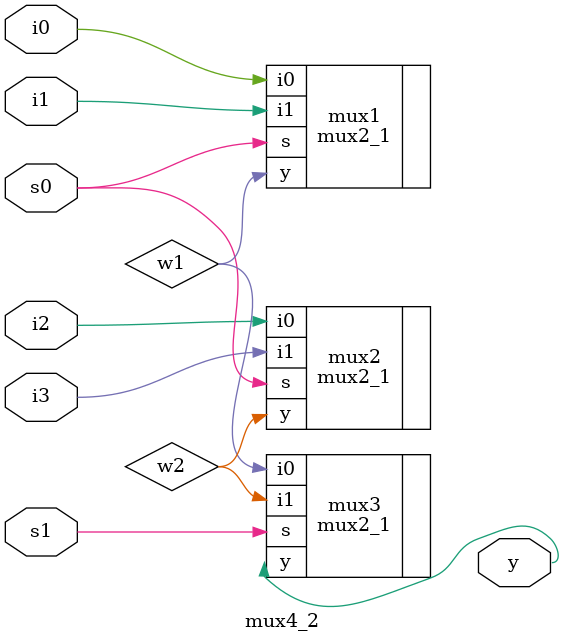
<source format=v>
`timescale 1ns / 1ps

module mux4_2(input i0,i1,i2,i3,s0,s1,
                output y);
wire w1,w2;
mux2_1 mux1(.i0(i0),.i1(i1),.s(s0),.y(w1));
mux2_1 mux2(.i0(i2),.i1(i3),.s(s0),.y(w2));
mux2_1 mux3(.i0(w1),.i1(w2),.s(s1),.y(y));
endmodule


</source>
